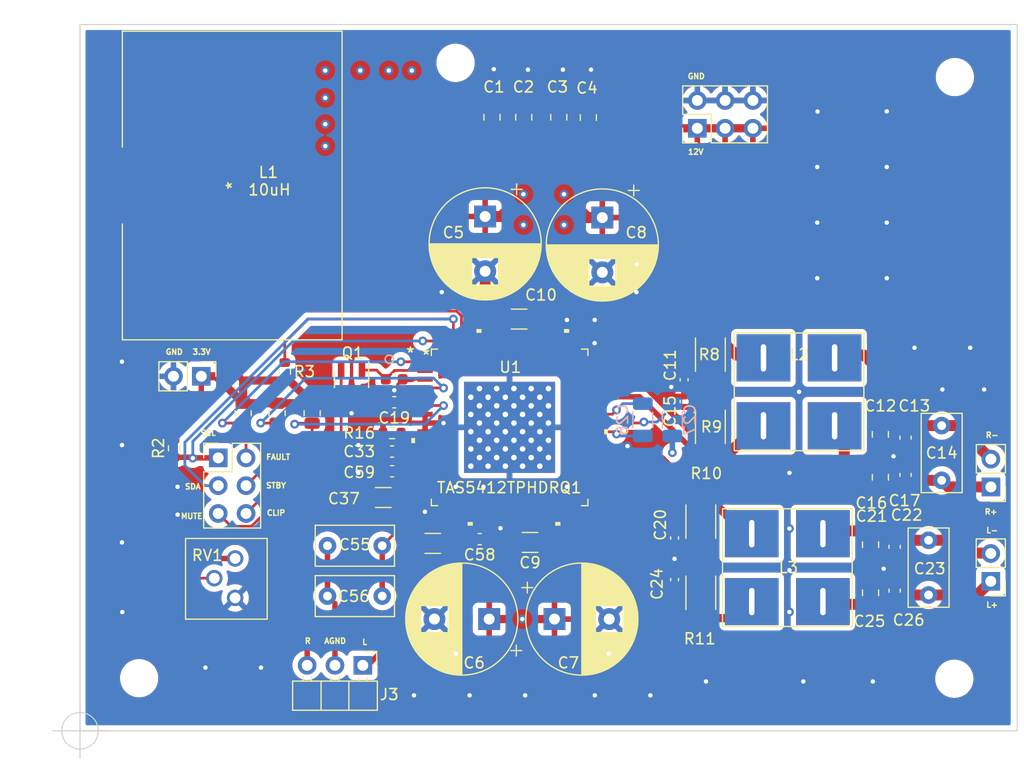
<source format=kicad_pcb>
(kicad_pcb (version 20211014) (generator pcbnew)
  (layers (0 "F.Cu" signal) (1 "In1.Cu" power) (2 "In2.Cu" power) (31 "B.Cu" signal) (34 "B.Paste" user) (35 "F.Paste" user) (36 "B.SilkS" user "B.Silkscreen") (37 "F.SilkS" user "F.Silkscreen") (38 "B.Mask" user) (39 "F.Mask" user) (44 "Edge.Cuts" user))
  (net 0 "")
  (net 1 "I2C_ADDR")
  (net 2 "GND")
  (net 3 "Net-(C24-Pad1)")
  (net 4 "OUT2_P")
  (net 5 "OUT2_M")
  (net 6 "Net-(C20-Pad2)")
  (net 7 "Net-(C15-Pad1)")
  (net 8 "OUT1_P")
  (net 9 "OUT1_M")
  (net 10 "Net-(C11-Pad2)")
  (net 11 "CLIP_OTW")
  (net 12 "+3V3")
  (net 13 "FAULT")
  (net 14 "STANDBY")
  (net 15 "Net-(R16-Pad2)")
  (net 16 "SDA")
  (net 17 "SCL")
  (net 18 "MUTE*")
  (net 19 "MUTE")
  (net 20 "+12V")
  (net 21 "PVDD")
  (net 22 "R_o-")
  (net 23 "R_o+")
  (net 24 "L_o-")
  (net 25 "L_o+")
  (net 26 "Net-(C19-Pad1)")
  (net 27 "Net-(C33-Pad1)")
  (net 28 "Net-(C59-Pad1)")
  (net 29 "IN1_P")
  (net 30 "IN_M")
  (net 31 "IN2_P")
  (net 32 "Net-(C58-Pad2)")
  (net 35 "CP_BOT")
  (net 36 "CP")
  (net 37 "CPC_TOP")
  (net 41 "R")
  (net 42 "AudioGND")
  (net 43 "L")
  (footprint "Capacitor_THT:C_Rect_L7.0mm_W3.5mm_P5.00mm" (layer "F.Cu") (at 175.195 103.63 -90)
    (fp_text reference "C14")
    (fp_text value ".47uF")
  )
  (footprint "Resistor_SMD:R_0603_1608Metric" (layer "F.Cu") (at 125 104.3)
    (fp_text reference "R16")
    (fp_text value "20k")
  )
  (footprint "Capacitor_THT:C_Rect_L7.0mm_W3.5mm_P5.00mm" (layer "F.Cu") (at 119.1 114.6)
    (fp_text reference "C55")
    (fp_text value ".47uF")
  )
  (footprint "Capacitor_SMD:C_0805_2012Metric" (layer "F.Cu") (at 168.7 118.9 90)
    (fp_text reference "C25")
    (fp_text value "470nF")
  )
  (footprint "Capacitor_THT:CP_Radial_D10.0mm_P5.00mm" (layer "F.Cu") (at 139.832323 121.3)
    (fp_text reference "C7")
    (fp_text value "330uF")
  )
  (footprint "Inductor_Coilcraft:JA4575-AL" (layer "F.Cu") (at 162.17 100.545)
    (fp_text reference "L2")
    (fp_text value "10uH")
  )
  (footprint "Connector_PinHeader_2.54mm:PinHeader_1x02_P2.54mm_Vertical" (layer "F.Cu") (at 179.69 109.23 180)
    (fp_text reference "J5" hide)
    (fp_text value "Rspkr_o")
  )
  (footprint "Capacitor_THT:CP_Radial_D10.0mm_P5.00mm" (layer "F.Cu") (at 144.2 84.632323 -90)
    (fp_text reference "C8")
    (fp_text value "330uF")
  )
  (footprint "Package_TO_SOT_SMD:SOT-23" (layer "F.Cu") (at 121.3 99.5 -90)
    (fp_text reference "Q1")
    (fp_text value "q")
  )
  (footprint "Connector_PinHeader_2.54mm:PinHeader_2x03_P2.54mm_Vertical" (layer "F.Cu") (at 152.875 76.475 90)
    (fp_text reference "J2" hide)
    (fp_text value "PWR")
  )
  (footprint "Capacitor_SMD:C_0603_1608Metric" (layer "F.Cu") (at 170.9 118.7 90)
    (fp_text reference "C26")
    (fp_text value "10nF")
  )
  (footprint "Capacitor_SMD:C_0805_2012Metric" (layer "F.Cu") (at 168.7 114.5 90)
    (fp_text reference "C21")
    (fp_text value "470nF")
  )
  (footprint "Resistor_SMD:R_2010_5025Metric" (layer "F.Cu") (at 153.2 112.4 -90)
    (fp_text reference "R10")
    (fp_text value "5.6")
  )
  (footprint "Connector_PinHeader_2.54mm:PinHeader_1x02_P2.54mm_Vertical" (layer "F.Cu") (at 179.68 117.85 180)
    (fp_text reference "J6" hide)
    (fp_text value "Lspkr_o")
  )
  (footprint "Capacitor_SMD:C_1206_3216Metric" (layer "F.Cu") (at 136.6 93.9 180)
    (fp_text reference "C10")
    (fp_text value "1uF")
  )
  (footprint "Resistor_SMD:R_0603_1608Metric" (layer "F.Cu") (at 115.2 98.7 -90)
    (fp_text reference "R3")
    (fp_text value "4.7K")
  )
  (footprint "Imported:TAS5412TPHDRQ1" (layer "F.Cu") (at 135.737 103.7921)
    (fp_text reference "U1")
    (fp_text value "TAS5412TPHDRQ1")
  )
  (footprint "Capacitor_SMD:C_1206_3216Metric" (layer "F.Cu") (at 128.72 114.39)
    (fp_text reference "C39" hide)
    (fp_text value ".47uF")
  )
  (footprint "Capacitor_SMD:C_1206_3216Metric" (layer "F.Cu") (at 124.2 110.2)
    (fp_text reference "C37")
    (fp_text value ".47uF")
  )
  (footprint "Capacitor_SMD:C_0402_1005Metric" (layer "F.Cu") (at 150.8 113.9 90)
    (fp_text reference "C20")
    (fp_text value "1nF")
  )
  (footprint "Resistor_SMD:R_0805_2012Metric" (layer "F.Cu") (at 111.4 102.5 90)
    (fp_text reference "R5" hide)
    (fp_text value "49.9K")
  )
  (footprint "Capacitor_SMD:C_0603_1608Metric" (layer "F.Cu") (at 133 114 180)
    (fp_text reference "C58")
    (fp_text value "100nF")
  )
  (footprint "Custom:PinHeader_1x03_P2.54mm_Horizontal" (layer "F.Cu") (at 122.325 125.525 -90)
    (fp_text reference "J3")
    (fp_text value "AudioIn")
  )
  (footprint "Connector_PinHeader_2.54mm:PinHeader_1x02_P2.54mm_Vertical" (layer "F.Cu") (at 107.575 99.125 -90)
    (fp_text reference "J4" hide)
    (fp_text value "PULLUP_SRC")
  )
  (footprint "Capacitor_THT:C_Rect_L7.0mm_W3.5mm_P5.00mm" (layer "F.Cu") (at 174 114.1 -90)
    (fp_text reference "C23")
    (fp_text value ".47uF")
  )
  (footprint "MountingHole:MountingHole_2.5mm" (layer "F.Cu") (at 176.35 126.75)
    (fp_text reference "H3" hide)
    (fp_text value "MountingHole")
  )
  (footprint "Resistor_SMD:R_2010_5025Metric" (layer "F.Cu") (at 154.07 103.745 -90)
    (fp_text reference "R9")
    (fp_text value "5.6")
  )
  (footprint "Capacitor_SMD:C_0603_1608Metric" (layer "F.Cu") (at 171.895 104.73 90)
    (fp_text reference "C13")
    (fp_text value "10nF")
  )
  (footprint "Resistor_SMD:R_0805_2012Metric" (layer "F.Cu") (at 117.7 102.5 90)
    (fp_text reference "R7" hide)
    (fp_text value "49.9K")
  )
  (footprint "Capacitor_SMD:C_1206_3216Metric" (layer "F.Cu") (at 137.6 114.3 180)
    (fp_text reference "C9")
    (fp_text value "1uF")
  )
  (footprint "Capacitor_SMD:C_0603_1608Metric" (layer "F.Cu") (at 171.895 108.13 90)
    (fp_text reference "C17")
    (fp_text value "10nF")
  )
  (footprint "Capacitor_SMD:C_0805_2012Metric" (layer "F.Cu") (at 134.125 75.465 90)
    (fp_text reference "C1")
    (fp_text value "4.7uF")
  )
  (footprint "Capacitor_SMD:C_0805_2012Metric" (layer "F.Cu") (at 169.595 108.35 90)
    (fp_text reference "C16")
    (fp_text value "470nF")
  )
  (footprint "Resistor_SMD:R_0805_2012Metric" (layer "F.Cu") (at 114.5 102.5 90)
    (fp_text reference "R6" hide)
    (fp_text value "49.9K")
  )
  (footprint "Capacitor_SMD:C_0603_1608Metric" (layer "F.Cu") (at 170.9 114.7 90)
    (fp_text reference "C22")
    (fp_text value "10nF")
  )
  (footprint "Capacitor_THT:CP_Radial_D10.0mm_P5.00mm" (layer "F.Cu") (at 133.867677 121.3 180)
    (fp_text reference "C6")
    (fp_text value "330uF")
  )
  (footprint "Potentiometer_Imported:CT-6EW" (layer "F.Cu") (at 110.0645 117.5655 90)
    (fp_text reference "RV1")
    (fp_text value "50K pot" hide)
  )
  (footprint "Capacitor_THT:CP_Radial_D10.0mm_P5.00mm" (layer "F.Cu") (at 133.5 84.532323 -90)
    (fp_text reference "C5")
    (fp_text value "330uF")
  )
  (footprint "Capacitor_THT:C_Rect_L7.0mm_W3.5mm_P5.00mm" (layer "F.Cu") (at 119.1 119.2)
    (fp_text reference "C56")
    (fp_text value ".47uF")
  )
  (footprint "Capacitor_SMD:C_0402_1005Metric" (layer "F.Cu") (at 151.67 101.445 90)
    (fp_text reference "C15")
    (fp_text value "1nF")
  )
  (footprint "Capacitor_SMD:C_0603_1608Metric" (layer "F.Cu") (at 125 107.8 180)
    (fp_text reference "C59")
    (fp_text value "100nF")
  )
  (footprint "Capacitor_SMD:C_0603_1608Metric" (layer "F.Cu") (at 125.2 101.5 180)
    (fp_text reference "C19")
    (fp_text value "100nF")
  )
  (footprint "Capacitor_SMD:C_0402_1005Metric" (layer "F.Cu") (at 150.8 117.7 90)
    (fp_text reference "C24")
    (fp_text value "1nF")
  )
  (footprint "Capacitor_SMD:C_0805_2012Metric" (layer "F.Cu") (at 137.025 75.465 90)
    (fp_text reference "C2")
    (fp_text value "4.7uF")
  )
  (footprint "Capacitor_SMD:C_0805_2012Metric" (layer "F.Cu") (at 169.595 104.43 90)
    (fp_text reference "C12")
    (fp_text value "470nF")
  )
  (footprint "Resistor_SMD:R_2010_5025Metric" (layer "F.Cu") (at 154.07 97.145 -90)
    (fp_text reference "R8")
    (fp_text value "5.6")
  )
  (footprint "MountingHole:MountingHole_2.5mm" (layer "F.Cu") (at 130.8 70.5)
    (fp_text reference "H2" hide)
    (fp_text value "MountingHole")
  )
  (footprint "Resistor_SMD:R_0603_1608Metric" (layer "F.Cu") (at 105.1 105.7 90)
    (fp_text reference "R2")
    (fp_text value "4.7K")
  )
  (footprint "MountingHole:MountingHole_2.5mm" (layer "F.Cu") (at 176.4 71.8)
    (fp_text reference "H1" hide)
    (fp_text value "MountingHole")
  )
  (footprint "Connector_PinHeader_2.54mm:PinHeader_2x03_P2.54mm_Vertical" (layer "F.Cu") (at 109.125 106.575)
    (fp_text reference "J1" hide)
    (fp_text value "Ctrl_pins")
  )
  (footprint "Inductor_Coilcraft:SER2918H-103KL" (layer "F.Cu") (at 110.4 81.7 90)
    (fp_text reference "L1")
    (fp_text value "10uH")
  )
  (footprint "Capacitor_SMD:C_0603_1608Metric" (layer "F.Cu") (at 125.2 99.4)
    (fp_text reference "C18" hide)
    (fp_text value "220nF")
  )
  (footprint "Resistor_SMD:R_2010_5025Metric" (layer "F.Cu") (at 153.2 118.9 -90)
    (fp_text reference "R11")
    (fp_text value "5.6")
  )
  (footprint "MountingHole:MountingHole_2.5mm" (layer "F.Cu") (at 101.9 126.7)
    (fp_text reference "H4" hide)
    (fp_text value "MountingHole")
  )
  (footprint "Inductor_Coilcraft:JA4575-AL" (layer "F.Cu") (at 161.1 116.6)
    (fp_text reference "L3")
    (fp_text value "10uH")
  )
  (footprint "Capacitor_SMD:C_0805_2012Metric" (layer "F.Cu") (at 140.225 75.465 90)
    (fp_text reference "C3")
    (fp_text value "82nF")
  )
  (footprint "Capacitor_SMD:C_0805_2012Metric" (layer "F.Cu") (at 142.925 75.49 90)
    (fp_text reference "C4")
    (fp_text value "2.2nF")
  )
  (footprint "Capacitor_SMD:C_0603_1608Metric" (layer "F.Cu") (at 125 106 180)
    (fp_text reference "C33")
    (fp_text value "100nF")
  )
  (footprint "Capacitor_SMD:C_0402_1005Metric" (layer "F.Cu") (at 151.67 99.445 90)
    (fp_text reference "C11")
    (fp_text value "1nF")
  )
  (footprint "Capacitor_SMD:C_1206_3216Metric" (layer "B.Cu") (at 150.6 103.1 90)
    (fp_text reference "C27")
    (fp_text value "1uF")
  )
  (footprint "Capacitor_SMD:C_1206_3216Metric" (layer "B.Cu") (at 147.9 103.1 -90)
    (fp_text reference "C28")
    (fp_text value "1uF")
  )
  (gr_rect (start 96.5 67) (end 182.1 131.5) (layer "Edge.Cuts") (width 0.1) (fill none))
  (gr_text "FAULT" (at 114.6 106.5) (layer "F.SilkS") (effects (font (size 0.5 0.5) (thickness 0.125))))
  (gr_text "SCL" (at 108.2 104.3) (layer "F.SilkS") (effects (font (size 0.5 0.5) (thickness 0.125))))
  (gr_text "GND" (at 152.78 71.73) (layer "F.SilkS") (effects (font (size 0.5 0.5) (thickness 0.125))))
  (gr_text "L" (at 122.5 123.4) (layer "F.SilkS") (effects (font (size 0.5 0.5) (thickness 0.125))))
  (gr_text "3.3V" (at 107.6 96.9) (layer "F.SilkS") (effects (font (size 0.5 0.5) (thickness 0.125))))
  (gr_text "L+" (at 179.8 120) (layer "F.SilkS") (effects (font (size 0.5 0.5) (thickness 0.125))))
  (gr_text "GND" (at 105.1 96.9) (layer "F.SilkS") (effects (font (size 0.5 0.5) (thickness 0.125))))
  (gr_text "STBY" (at 114.4 109.1) (layer "F.SilkS") (effects (font (size 0.5 0.5) (thickness 0.125))))
  (gr_text "CLIP" (at 114.4 111.6) (layer "F.SilkS") (effects (font (size 0.5 0.5) (thickness 0.125))))
  (gr_text "R" (at 117.3 123.3) (layer "F.SilkS") (effects (font (size 0.5 0.5) (thickness 0.125))))
  (gr_text "R-" (at 179.8 104.5) (layer "F.SilkS") (effects (font (size 0.5 0.5) (thickness 0.125))))
  (gr_text "SDA" (at 106.8 109.2) (layer "F.SilkS") (effects (font (size 0.5 0.5) (thickness 0.125))))
  (gr_text "R+" (at 179.7 111.5) (layer "F.SilkS") (effects (font (size 0.5 0.5) (thickness 0.125))))
  (gr_text "12V" (at 152.74 78.63) (layer "F.SilkS") (effects (font (size 0.5 0.5) (thickness 0.125))))
  (gr_text "AGND" (at 119.8 123.3) (layer "F.SilkS") (effects (font (size 0.5 0.5) (thickness 0.125))))
  (gr_text "L-" (at 179.8 113.2) (layer "F.SilkS") (effects (font (size 0.5 0.5) (thickness 0.125))))
  (gr_text "MUTE" (at 106.7 111.9) (layer "F.SilkS") (effects (font (size 0.5 0.5) (thickness 0.125))))
  (target plus (at 96.5 131.5) (size 5) (width 0.1) (layer "Edge.Cuts"))
  (segment (start 131.337001 93.612387) (end 130.900103 93.175489) (width 0.25) (layer "F.Cu") (net 1))
  (segment (start 130.900103 93.175489) (end 114.537011 93.175489) (width 0.25) (layer "F.Cu") (net 1))
  (segment (start 102.5 113.6) (end 106.4655 117.5655) (width 0.25) (layer "F.Cu") (net 1))
  (segment (start 110.7125 97) (end 103.3 97) (width 0.25) (layer "F.Cu") (net 1))
  (segment (start 102.5 97.8) (end 102.5 113.6) (width 0.25) (layer "F.Cu") (net 1))
  (segment (start 106.4655 117.5655) (end 108.7645 117.5655) (width 0.25) (layer "F.Cu") (net 1))
  (segment (start 103.3 97) (end 102.5 97.8) (width 0.25) (layer "F.Cu") (net 1))
  (segment (start 131.337001 96.066952) (end 131.337001 93.612387) (width 0.25) (layer "F.Cu") (net 1))
  (segment (start 114.537011 93.175489) (end 110.7125 97) (width 0.25) (layer "F.Cu") (net 1))
  (segment (start 150.5 100.1) (end 151.495 100.1) (width 0.5) (layer "F.Cu") (net 2))
  (segment (start 169.825 107.4) (end 170.795 106.43) (width 0.25) (layer "F.Cu") (net 2))
  (segment (start 162.845 73.935) (end 163.86 74.95) (width 0.25) (layer "F.Cu") (net 2))
  (segment (start 132.937001 96.066952) (end 135.066952 96.066952) (width 0.5) (layer "F.Cu") (net 2))
  (segment (start 168.7 117.95) (end 168.7 117.9) (width 0.25) (layer "F.Cu") (net 2))
  (segment (start 136.937 111.517248) (end 132.937001 111.517248) (width 0.5) (layer "F.Cu") (net 2))
  (segment (start 129.3 107.856) (end 128.963901 108.192099) (width 0.25) (layer "F.Cu") (net 2))
  (segment (start 128.011852 102.5921) (end 128.011852 104.192099) (width 0.5) (layer "F.Cu") (net 2))
  (segment (start 129.3 106.928198) (end 129.3 107.856) (width 0.25) (layer "F.Cu") (net 2))
  (segment (start 134.9 113) (end 134.775 113) (width 0.25) (layer "F.Cu") (net 2))
  (segment (start 134.9 113.075) (end 136.125 114.3) (width 1) (layer "F.Cu") (net 2))
  (segment (start 142.2 104.682001) (end 142.2 106.102198) (width 0.25) (layer "F.Cu") (net 2))
  (segment (start 142.1 106.202198) (end 142.1 107.609223) (width 0.25) (layer "F.Cu") (net 2))
  (segment (start 142.510099 101.792099) (end 142.2 101.482) (width 0.25) (layer "F.Cu") (net 2))
  (segment (start 169.595 105.38) (end 169.595 107.4) (width 0.25) (layer "F.Cu") (net 2))
  (segment (start 169.595 107.4) (end 169.825 107.4) (width 0.25) (layer "F.Cu") (net 2))
  (segment (start 125.2 100.4) (end 125.2 100.175) (width 0.25) (layer "F.Cu") (net 2))
  (segment (start 171.895 105.505) (end 171.72 105.505) (width 0.25) (layer "F.Cu") (net 2))
  (segment (start 151.67 100.965) (end 151.67 99.925) (width 0.5) (layer "F.Cu") (net 2))
  (segment (start 143.466952 96.066952) (end 140.136999 96.066952) (width 0.25) (layer "F.Cu") (net 2))
  (segment (start 142.510099 99.392101) (end 142.2 99.082002) (width 0.25) (layer "F.Cu") (net 2))
  (segment (start 143.53 73.935) (end 142.925 74.54) (width 0.25) (layer "F.Cu") (net 2))
  (segment (start 142.682876 108.192099) (end 143.462148 108.192099) (width 0.25) (layer "F.Cu") (net 2))
  (segment (start 171.895 107.355) (end 171.72 107.355) (width 0.25) (layer "F.Cu") (net 2))
  (segment (start 128.011852 103.392101) (end 129.892101 103.392101) (width 0.5) (layer "F.Cu") (net 2))
  (segment (start 168.7 115.5) (end 169.9 116.7) (width 0.25) (layer "F.Cu") (net 2))
  (segment (start 151.495 100.1) (end 151.67 99.925) (width 0.5) (layer "F.Cu") (net 2))
  (segment (start 134.9 113) (end 134.9 113.075) (width 0.25) (layer "F.Cu") (net 2))
  (segment (start 134.775 113) (end 133.775 114) (width 1) (layer "F.Cu") (net 2))
  (segment (start 142.510099 105.792099) (end 142.1 106.202198) (width 0.25) (layer "F.Cu") (net 2))
  (segment (start 128.003953 99.4) (end 128.011852 99.392101) (width 0.25) (layer "F.Cu") (net 2))
  (segment (start 141.770046 96.1) (end 141.736998 96.066952) (width 0.25) (layer "F.Cu") (net 2))
  (segment (start 169.745 105.38) (end 170.795 106.43) (width 0.25) (layer "F.Cu") (net 2))
  (segment (start 169.595 105.38) (end 171.77 105.38) (width 0.25) (layer "F.Cu") (net 2))
  (segment (start 128.963901 108.192099) (end 128.011852 108.192099) (width 0.25) (layer "F.Cu") (net 2))
  (segment (start 133.5 92.275) (end 135.125 93.9) (width 1) (layer "F.Cu") (net 2))
  (segment (start 171.72 107.355) (end 170.795 106.43) (width 0.25) (layer "F.Cu") (net 2))
  (segment (start 142.2 101.482) (end 142.2 99.082002) (width 0.25) (layer "F.Cu") (net 2))
  (segment (start 125.02452 108.59952) (end 124.225 107.8) (width 0.25) (layer "F.Cu") (net 2))
  (segment (start 126.50048 108.59952) (end 125.02452 108.59952) (width 0.25) (layer "F.Cu") (net 2))
  (segment (start 170.9 117.925) (end 170.9 117.7) (width 0.25) (layer "F.Cu") (net 2))
  (segment (start 143.462148 105.792099) (end 142.510099 105.792099) (width 0.25) (layer "F.Cu") (net 2))
  (segment (start 134.15 74.54) (end 134.125 74.515) (width 0.25) (layer "F.Cu") (net 2))
  (segment (start 142.925 74.54) (end 134.15 74.54) (width 0.25) (layer "F.Cu") (net 2))
  (segment (start 135.066952 96.066952) (end 136.937 96.066952) (width 0.5) (layer "F.Cu") (net 2))
  (segment (start 128.011852 111.388148) (end 128 111.4) (width 0.25) (layer "F.Cu") (net 2))
  (segment (start 170.9 115.475) (end 170.9 115.7) (width 0.25) (layer "F.Cu") (net 2))
  (segment (start 142.2 101.482) (end 142.2 104.682001) (width 0.25) (layer "F.Cu") (net 2))
  (segment (start 126.50048 106.79952) (end 126.4 106.9) (width 0.25) (layer "F.Cu") (net 2))
  (segment (start 126.907901 108.192099) (end 126.50048 108.59952) (width 0.25) (layer "F.Cu") (net 2))
  (segment (start 134.9 111.880248) (end 134.537 111.517248) (width 0.25) (layer "F.Cu") (net 2))
  (segment (start 152.875 73.935) (end 162.845 73.935) (width 0.25) (layer "F.Cu") (net 2))
  (segment (start 128.011852 106.592099) (end 127.804431 106.79952) (width 0.25) (layer "F.Cu") (net 2))
  (segment (start 125.2 100.725) (end 124.425 101.5) (width 0.25) (layer "F.Cu") (net 2))
  (segment (start 133.5 89.532323) (end 133.5 92.275) (width 1) (layer "F.Cu") (net 2))
  (segment (start 125.2 100.4) (end 125.2 100.725) (width 0.25) (layer "F.Cu") (net 2))
  (segment (start 146.207901 105.792099) (end 143.462148 105.792099) (width 0.25) (layer "F.Cu") (net 2))
  (segment (start 150.8 115.8) (end 150.8 117.22) (width 0.25) (layer "F.Cu") (net 2))
  (segment (start 143.462148 99.392101) (end 142.510099 99.392101) (width 0.25) (layer "F.Cu") (net 2))
  (segment (start 142.2 106.102198) (end 142.1 106.202198) (width 0.25) (layer "F.Cu") (net 2))
  (segment (start 125.125 106.9) (end 124.225 106) (width 0.25) (layer "F.Cu") (net 2))
  (segment (start 142.1 107.609223) (end 142.682876 108.192099) (width 0.25) (layer "F.Cu") (net 2))
  (segment (start 146.5 105.5) (end 146.207901 105.792099) (width 0.25) (layer "F.Cu") (net 2))
  (segment (start 142.2 99.082002) (end 142.2 97.474979) (width 0.25) (layer "F.Cu") (net 2))
  (segment (start 171.77 105.38) (end 171.895 105.505) (width 0.25) (layer "F.Cu") (net 2))
  (segment (start 128.963901 106.592099) (end 129.3 106.928198) (width 0.25) (layer "F.Cu") (net 2))
  (segment (start 128.011852 109.792098) (end 128.011852 111.388148) (width 0.25) (layer "F.Cu") (net 2))
  (segment (start 170.9 115.7) (end 169.9 116.7) (width 0.25) (layer "F.Cu") (net 2))
  (segment (start 127.804431 106.79952) (end 126.50048 106.79952) (width 0.25) (layer "F.Cu") (net 2))
  (segment (start 134.9 113) (end 134.9 111.880248) (width 1) (layer "F.Cu") (net 2))
  (segment (start 143.5 96.1) (end 143.466952 96.066952) (width 0.25) (layer "F.Cu") (net 2))
  (segment (start 150.8 114.38) (end 150.8 115.8) (width 0.25) (layer "F.Cu") (net 2))
  (segment (start 170.9 117.7) (end 169.9 116.7) (width 0.25) (layer "F.Cu") (net 2))
  (segment (start 171.895 105.505) (end 171.895 107.355) (width 0.25) (layer "F.Cu") (net 2))
  (segment (start 135.125 96.008904) (end 135.066952 96.066952) (width 0.25) (layer "F.Cu") (net 2))
  (segment (start 129.719754 111.5) (end 129.737002 111.517248) (width 0.25) (layer "F.Cu") (net 2))
  (segment (start 126.4 106.9) (end 125.125 106.9) (width 0.25) (layer "F.Cu") (net 2))
  (segment (start 171.72 105.505) (end 170.795 106.43) (width 0.25) (layer "F.Cu") (net 2))
  (segment (start 125.2 100.175) (end 125.975 99.4) (width 0.25) (layer "F.Cu") (net 2))
  (segment (start 121.3 100.4375) (end 121.3 102.5) (width 0.25) (layer "F.Cu") (net 2))
  (segment (start 142.2 104.682001) (end 142.510099 104.9921) (width 0.25) (layer "F.Cu") (net 2))
  (segment (start 171.85 107.4) (end 171.895 107.355) (width 0.25) (layer "F.Cu") (net 2))
  (segment (start 143.5 96.174979) (end 143.5 96.1) (width 0.25) (layer "F.Cu") (net 2))
  (segment (start 128.011852 106.592099) (end 128.963901 106.592099) (width 0.25) (layer "F.Cu") (net 2))
  (segment (start 128.011852 108.192099) (end 126.907901 108.192099) (width 0.25) (layer "F.Cu") (net 2))
  (segment (start 125.975 99.4) (end 128.003953 99.4) (width 0.25) (layer "F.Cu") (net 2))
  (segment (start 128 111.5) (end 129.719754 111.5) (width 0.25) (layer "F.Cu") (net 2))
  (segment (start 169.595 107.4) (end 171.85 107.4) (width 0.25) (layer "F.Cu") (net 2))
  (segment (start 168.7 115.45) (end 168.7 115.5) (width 0.25) (layer "F.Cu") (net 2))
  (segment (start 142.510099 104.9921) (end 143.462148 104.9921) (width 0.25) (layer "F.Cu") (net 2))
  (segment (start 143.462148 101.792099) (end 142.510099 101.792099) (width 0.25) (layer "F.Cu") (net 2))
  (segment (start 168.7 117.9) (end 169.9 116.7) (width 0.25) (layer "F.Cu") (net 2))
  (segment (start 152.875 73.935) (end 143.53 73.935) (width 0.25) (layer "F.Cu") (net 2))
  (segment (start 143.462148 104.9921) (end 143.462148 105.792099) (width 0.25) (layer "F.Cu") (net 2))
  (segment (start 169.595 105.38) (end 169.745 105.38) (width 0.25) (layer "F.Cu") (net 2))
  (segment (start 135.125 93.9) (end 135.125 96.008904) (width 1) (layer "F.Cu") (net 2))
  (segment (start 142.2 97.474979) (end 143.5 96.174979) (width 0.25) (layer "F.Cu") (net 2))
  (via (at 134.9 113) (size 0.8) (drill 0.4) (layers "F.Cu" "B.Cu") (net 2))
  (via (at 127 128.27) (size 0.8) (drill 0.4) (layers "F.Cu" "B.Cu") (net 2))
  (via (at 170.18 85.09) (size 0.8) (drill 0.4) (layers "F.Cu" "B.Cu") (net 2))
  (via (at 100.33 105.41) (size 0.8) (drill 0.4) (layers "F.Cu" "B.Cu") (net 2))
  (via (at 146.5 105.5) (size 0.8) (drill 0.4) (layers "F.Cu" "B.Cu") (net 2))
  (via (at 100.36 120.66) (size 0.8) (drill 0.4) (layers "F.Cu" "B.Cu") (net 2))
  (via (at 148.59 128.27) (size 0.8) (drill 0.4) (layers "F.Cu" "B.Cu") (net 2))
  (via (at 133.35 109.22) (size 0.8) (drill 0.4) (layers "F.Cu" "B.Cu") (net 2))
  (via (at 150.5 100.1) (size 0.8) (drill 0.4) (layers "F.Cu" "B.Cu") (net 2))
  (via (at 134.29 71.08) (size 0.8) (drill 0.4) (layers "F.Cu" "B.Cu") (net 2))
  (via (at 163.86 74.95) (size 0.8) (drill 0.4) (layers "F.Cu" "B.Cu") (net 2))
  (via (at 144.78 124.46) (size 0.8) (drill 0.4) (layers "F.Cu" "B.Cu") (net 2))
  (via (at 100.33 97.79) (size 0.8) (drill 0.4) (layers "F.Cu" "B.Cu") (net 2))
  (via (at 140.6 71.12) (size 0.8) (drill 0.4) (layers "F.Cu" "B.Cu") (net 2))
  (via (at 137.16 128.27) (size 0.8) (drill 0.4) (layers "F.Cu" "B.Cu") (net 2))
  (via (at 140.97 93.98) (size 0.8) (drill 0.4) (layers "F.Cu" "B.Cu") (net 2))
  (via (at 129.7 103.4) (size 0.8) (drill 0.4) (layers "F.Cu" "B.Cu") (net 2))
  (via (at 172.72 96.52) (size 0.8) (drill 0.4) (layers "F.Cu" "B.Cu") (net 2))
  (via (at 170.18 90.17) (size 0.8) (drill 0.4) (layers "F.Cu" "B.Cu") (net 2))
  (via (at 128 111.5) (size 0.8) (drill 0.4) (layers "F.Cu" "B.Cu") (net 2))
  (via (at 169.9 116.7) (size 0.8) (drill 0.4) (layers "F.Cu" "B.Cu") (net 2))
  (via (at 179.07 100.33) (size 0.8) (drill 0.4) (layers "F.Cu" "B.Cu") (net 2))
  (via (at 130.81 109.22) (size 0.8) (drill 0.4) (layers "F.Cu" "B.Cu") (net 2))
  (via (at 113.03 125.73) (size 0.8) (drill 0.4) (layers "F.Cu" "B.Cu") (net 2))
  (via (at 147.32 91.44) (size 0.8) (drill 0.4) (layers "F.Cu" "B.Cu") (net 2))
  (via (at 175.26 100.33) (size 0.8) (drill 0.4) (layers "F.Cu" "B.Cu") (net 2))
  (via (at 107.95 125.73) (size 0.8) (drill 0.4) (layers "F.Cu" "B.Cu") (net 2))
  (via (at 147.32 88.9) (size 0.8) (drill 0.4) (layers "F.Cu" "B.Cu") (net 2))
  (via (at 105.41 111.76) (size 0.8) (drill 0.4) (layers "F.Cu" "B.Cu") (net 2))
  (via (at 161.29 120.65) (size 0.8) (drill 0.4) (layers "F.Cu" "B.Cu") (net 2))
  (via (at 162.17 100.545) (size 0.8) (drill 0.4) (layers "F.Cu" "B.Cu") (net 2))
  (via (at 143.51 93.98) (size 0.8) (drill 0.4) (layers "F.Cu" "B.Cu") (net 2))
  (via (at 162.56 127) (size 0.8) (drill 0.4) (layers "F.Cu" "B.Cu") (net 2))
  (via (at 130.81 124.46) (size 0.8) (drill 0.4) (layers "F.Cu" "B.Cu") (net 2))
  (via (at 125.2 100.4) (size 0.8) (drill 0.4) (layers "F.Cu" "B.Cu") (net 2))
  (via (at 143.5 96.1) (size 0.8) (drill 0.4) (layers "F.Cu" "B.Cu") (net 2))
  (via (at 170.18 74.93) (size 0.8) (drill 0.4) (layers "F.Cu" "B.Cu") (net 2))
  (via (at 143.51 128.27) (size 0.8) (drill 0.4) (layers "F.Cu" "B.Cu") (net 2))
  (via (at 137.41 71.12) (size 0.8) (drill 0.4) (layers "F.Cu" "B.Cu") (net 2))
  (via (at 170.18 80.01) (size 0.8) (drill 0.4) (layers "F.Cu" "B.Cu") (net 2))
  (via (at 121.92 105.41) (size 0.8) (drill 0.4) (layers "F.Cu" "B.Cu") (net 2))
  (via (at 163.83 90.17) (size 0.8) (drill 0.4) (layers "F.Cu" "B.Cu") (net 2))
  (via (at 161.29 107.95) (size 0.8) (drill 0.4) (layers "F.Cu" "B.Cu") (net 2))
  (via (at 163.83 85.09) (size 0.8) (drill 0.4) (layers "F.Cu" "B.Cu") (net 2))
  (via (at 121.3 102.5) (size 0.8) (drill 0.4) (layers "F.Cu" "B.Cu") (net 2))
  (via (at 161.29 116.84) (size 0.8) (drill 0.4) (layers "F.Cu" "B.Cu") (net 2))
  (via (at 140.97 109.22) (size 0.8) (drill 0.4) (layers "F.Cu" "B.Cu") (net 2))
  (via (at 121.92 107.95) (size 0.8) (drill 0.4) (layers "F.Cu" "B.Cu") (net 2))
  (via (at 100.33 114.3) (size 0.8) (drill 0.4) (layers "F.Cu" "B.Cu") (net 2))
  (via (at 168.91 127) (size 0.8) (drill 0.4) (layers "F.Cu" "B.Cu") (net 2))
  (via (at 143.17 71.12) (size 0.8) (drill 0.4) (layers "F.Cu" "B.Cu") (net 2))
  (via (at 161.29 113.03) (size 0.8) (drill 0.4) (layers "F.Cu" "B.Cu") (net 2))
  (via (at 177.8 96.52) (size 0.8) (drill 0.4) (layers "F.Cu" "B.Cu") (net 2))
  (via (at 163.83 80.01) (size 0.8) (drill 0.4) (layers "F.Cu" "B.Cu") (net 2))
  (via (at 153.67 127) (size 0.8) (drill 0.4) (layers "F.Cu" "B.Cu") (net 2))
  (via (at 129.54 91.44) (size 0.8) (drill 0.4) (layers "F.Cu" "B.Cu") (net 2))
  (via (at 150.8 115.8) (size 0.8) (drill 0.4) (layers "F.Cu" "B.Cu") (net 2))
  (via (at 105.41 109.22) (size 0.8) (drill 0.4) (layers "F.Cu" "B.Cu") (net 2))
  (via (at 170.795 106.43) (size 0.8) (drill 0.4) (layers "F.Cu" "B.Cu") (net 2))
  (via (at 132.08 128.27) (size 0.8) (drill 0.4) (layers "F.Cu" "B.Cu") (net 2))
  (segment (start 150.8 118.18) (end 151.6075 118.18) (width 0.25) (layer "F.Cu") (net 3))
  (segment (start 151.6075 118.18) (end 153.2 116.5875) (width 0.25) (layer "F.Cu") (net 3))
  (segment (start 148.2 120.1) (end 149.3125 121.2125) (width 0.5) (layer "F.Cu") (net 4))
  (segment (start 143.462148 107.3921) (end 146.3921 107.3921) (width 0.5) (layer "F.Cu") (net 4))
  (segment (start 153.2 121.2125) (end 155.7125 121.2125) (width 0.75) (layer "F.Cu") (net 4))
  (segment (start 146.3921 107.3921) (end 148.2 109.2) (width 0.5) (layer "F.Cu") (net 4))
  (segment (start 149.3125 121.2125) (end 153.2 121.2125) (width 0.5) (layer "F.Cu") (net 4))
  (segment (start 148.2 109.2) (end 148.2 120.1) (width 0.5) (layer "F.Cu") (net 4))
  (segment (start 155.7125 121.2125) (end 156.97 119.955) (width 0.75) (layer "F.Cu") (net 4))
  (segment (start 153.8125 110.0875) (end 153.2 110.0875) (width 0.25) (layer "F.Cu") (net 5))
  (segment (start 149.704599 106.592099) (end 153.2 110.0875) (width 0.5) (layer "F.Cu") (net 5))
  (segment (start 156.97 113.245) (end 153.8125 110.0875) (width 0.75) (layer "F.Cu") (net 5))
  (segment (start 143.462148 106.592099) (end 149.704599 106.592099) (width 0.5) (layer "F.Cu") (net 5))
  (segment (start 151.9075 113.42) (end 153.2 114.7125) (width 0.25) (layer "F.Cu") (net 6))
  (segment (start 150.8 113.42) (end 151.9075 113.42) (width 0.25) (layer "F.Cu") (net 6))
  (segment (start 154.07 101.4325) (end 153.5775 101.925) (width 0.5) (layer "F.Cu") (net 7))
  (segment (start 153.5775 101.925) (end 151.67 101.925) (width 0.5) (layer "F.Cu") (net 7))
  (segment (start 155.8825 106.0575) (end 158.04 103.9) (width 1) (layer "F.Cu") (net 8))
  (segment (start 147.6 101) (end 152.6575 106.0575) (width 0.5) (layer "F.Cu") (net 8))
  (segment (start 143.462148 100.992101) (end 146.716715 100.992101) (width 0.5) (layer "F.Cu") (net 8))
  (segment (start 146.716715 100.992101) (end 146.724614 101) (width 0.25) (layer "F.Cu") (net 8))
  (segment (start 152.6575 106.0575) (end 154.07 106.0575) (width 0.25) (layer "F.Cu") (net 8))
  (segment (start 154.07 106.0575) (end 155.8825 106.0575) (width 1) (layer "F.Cu") (net 8))
  (segment (start 146.724614 101) (end 147.6 101) (width 0.5) (layer "F.Cu") (net 8))
  (segment (start 145.1079 100.1921) (end 144.414197 100.1921) (width 0.5) (layer "F.Cu") (net 9))
  (segment (start 154.07 94.8325) (end 150.4675 94.8325) (width 0.5) (layer "F.Cu") (net 9))
  (segment (start 143.462148 100.1921) (end 144.414197 100.1921) (width 0.5) (layer "F.Cu") (net 9))
  (segment (start 156.4275 97.19) (end 158.04 97.19) (width 1) (layer "F.Cu") (net 9))
  (segment (start 150.4675 94.8325) (end 145.1079 100.1921) (width 0.5) (layer "F.Cu") (net 9))
  (segment (start 154.07 94.8325) (end 156.4275 97.19) (width 1) (layer "F.Cu") (net 9))
  (segment (start 153.5775 98.965) (end 154.07 99.4575) (width 0.5) (layer "F.Cu") (net 10))
  (segment (start 151.67 98.965) (end 153.5775 98.965) (width 0.5) (layer "F.Cu") (net 10))
  (segment (start 117.7 105.62) (end 117.7 103.4125) (width 0.25) (layer "F.Cu") (net 11))
  (segment (start 128.011852 101.792099) (end 129.692099 101.792099) (width 0.25) (layer "F.Cu") (net 11))
  (segment (start 117.7 103.4125) (end 116.1875 103.4125) (width 0.25) (layer "F.Cu") (net 11))
  (segment (start 129.692099 101.792099) (end 129.7 101.8) (width 0.25) (layer "F.Cu") (net 11))
  (segment (start 111.665 111.655) (end 117.7 105.62) (width 0.25) (layer "F.Cu") (net 11))
  (segment (start 116.1875 103.4125) (end 116.1 103.5) (width 0.25) (layer "F.Cu") (net 11))
  (via (at 129.7 101.8) (size 0.8) (drill 0.4) (layers "F.Cu" "B.Cu") (net 11))
  (via (at 116.1 103.5) (size 0.8) (drill 0.4) (layers "F.Cu" "B.Cu") (net 11))
  (segment (start 116.1 103.5) (end 128 103.5) (width 0.25) (layer "B.Cu") (net 11))
  (segment (start 128 103.5) (end 129.7 101.8) (width 0.25) (layer "B.Cu") (net 11))
  (segment (start 107.575 99.125) (end 111.0125 99.125) (width 0.75) (layer "F.Cu") (net 12))
  (segment (start 111.0125 99.125) (end 111.4 99.5125) (width 0.25) (layer "F.Cu") (net 12))
  (segment (start 108.9375 99.125) (end 111.4 101.5875) (width 0.75) (layer "F.Cu") (net 12))
  (segment (start 114.5 101.5875) (end 117.7 101.5875) (width 0.75) (layer "F.Cu") (net 12))
  (segment (start 107.575 99.125) (end 108.9375 99.125) (width 0.25) (layer "F.Cu") (net 12))
  (segment (start 103.71 105.19) (end 103.71 113.19) (width 0.5) (layer "F.Cu") (net 12))
  (segment (start 115.2 99.525) (end 115.6375 99.525) (width 0.25) (layer "F.Cu") (net 12))
  (segment (start 111.4 101.5875) (end 114.5 101.5875) (width 0.75) (layer "F.Cu") (net 12))
  (segment (start 105.1 104.875) (end 107.575 102.4) (width 0.5) (layer "F.Cu") (net 12))
  (segment (start 103.71 113.19) (end 106.2855 115.7655) (width 0.5) (layer "F.Cu") (net 12))
  (segment (start 115.6375 99.525) (end 117.7 101.5875) (width 0.75) (layer "F.Cu") (net 12))
  (segment (start 111.4 99.5125) (end 111.4 101.5875) (width 0.75) (layer "F.Cu") (net 12))
  (segment (start 107.575 102.4) (end 107.575 99.125) (width 0.5) (layer "F.Cu") (net 12))
  (segment (start 104.025 104.875) (end 103.71 105.19) (width 0.5) (layer "F.Cu") (net 12))
  (segment (start 115.1875 99.5125) (end 115.2 99.525) (width 0.25) (layer "F.Cu") (net 12))
  (segment (start 111.4 99.5125) (end 115.1875 99.5125) (width 0.75) (layer "F.Cu") (net 12))
  (segment (start 105.1 104.875) (end 104.025 104.875) (width 0.5) (layer "F.Cu") (net 12))
  (segment (start 106.2855 115.7655) (end 110.6645 115.7655) (width 0.5) (layer "F.Cu") (net 12))
  (segment (start 111.665 103.6775) (end 111.665 106.575) (width 0.25) (layer "F.Cu") (net 13))
  (segment (start 111.3875 103.4) (end 111.4 103.4125) (width 0.25) (layer "F.Cu") (net 13))
  (segment (start 111.4 103.4125) (end 111.665 103.6775) (width 0.25) (layer "F.Cu") (net 13))
  (segment (start 109.5 103.4) (end 111.3875 103.4) (width 0.25) (layer "F.Cu") (net 13))
  (segment (start 128.003954 97.8) (end 128.011852 97.792102) (width 0.25) (layer "F.Cu") (net 13))
  (segment (start 125.8 97.8) (end 128.003954 97.8) (width 0.25) (layer "F.Cu") (net 13))
  (via (at 125.8 97.8) (size 0.8) (drill 0.4) (layers "F.Cu" "B.Cu") (net 13))
  (via (at 109.5 103.4) (size 0.8) (drill 0.4) (layers "F.Cu" "B.Cu") (net 13))
  (segment (start 109.5 103.4) (end 115.1 97.8) (width 0.25) (layer "B.Cu") (net 13))
  (segment (start 115.1 97.8) (end 125.8 97.8) (width 0.25) (layer "B.Cu") (net 13))
  (segment (start 111.665 109.115) (end 114.5 106.28) (width 0.25) (layer "F.Cu") (net 14))
  (segment (start 113 103.4) (end 114.4875 103.4) (width 0.25) (layer "F.Cu") (net 14))
  (segment (start 129.6921 100.1921) (end 129.7 100.2) (width 0.25) (layer "F.Cu") (net 14))
  (segment (start 114.4875 103.4) (end 114.5 103.4125) (width 0.25) (layer "F.Cu") (net 14))
  (segment (start 128.011852 100.1921) (end 129.6921 100.1921) (width 0.25) (layer "F.Cu") (net 14))
  (segment (start 114.5 106.28) (end 114.5 103.86202) (width 0.25) (layer "F.Cu") (net 14))
  (via (at 113 103.4) (size 0.8) (drill 0.4) (layers "F.Cu" "B.Cu") (net 14))
  (via (at 129.7 100.2) (size 0.8) (drill 0.4) (layers "F.Cu" "B.Cu") (net 14))
  (segment (start 128.8 99.3) (end 129.7 100.2) (width 0.25) (layer "B.Cu") (net 14))
  (segment (start 113 103.4) (end 117.1 99.3) (width 0.25) (layer "B.Cu") (net 14))
  (segment (start 117.1 99.3) (end 128.8 99.3) (width 0.25) (layer "B.Cu") (net 14))
  (segment (start 125.825 104.3) (end 126.5171 104.9921) (width 0.25) (layer "F.Cu") (net 15))
  (segment (start 126.5171 104.9921) (end 128.011852 104.9921) (width 0.25) (layer "F.Cu") (net 15))
  (segment (start 117.3 93.9) (end 130.6 93.9) (width 0.25) (layer "F.Cu") (net 16))
  (segment (start 115.2 96) (end 117.3 93.9) (width 0.25) (layer "F.Cu") (net 16))
  (segment (start 130.6 96.003952) (end 130.537 96.066952) (width 0.25) (layer "F.Cu") (net 16))
  (segment (start 130.6 93.9) (end 130.6 96.003952) (width 0.25) (layer "F.Cu") (net 16))
  (segment (start 115.2 97.875) (end 115.2 96) (width 0.25) (layer "F.Cu") (net 16))
  (via (at 130.6 93.9) (size 0.8) (drill 0.4) (layers "F.Cu" "B.Cu") (net 16))
  (segment (start 106.075489 105.164179) (end 117.339668 93.9) (width 0.25) (layer "B.Cu") (net 16))
  (segment (start 109.125 109.115) (end 107.922919 109.115) (width 0.25) (layer "B.Cu") (net 16))
  (segment (start 117.339668 93.9) (end 130.6 93.9) (width 0.25) (layer "B.Cu") (net 16))
  (segment (start 107.922919 109.115) (end 106.075489 107.26757) (width 0.25) (layer "B.Cu") (net 16))
  (segment (start 106.075489 107.26757) (end 106.075489 105.164179) (width 0.25) (layer "B.Cu") (net 16))
  (segment (start 127.8 95.9) (end 129.57005 95.9) (width 0.25) (layer "F.Cu") (net 17))
  (segment (start 109.125 106.575) (end 106.825 106.575) (width 0.5) (layer "F.Cu") (net 17))
  (segment (start 129.57005 95.9) (end 129.737002 96.066952) (width 0.25) (layer "F.Cu") (net 17))
  (segment (start 106.725 106.525) (end 106.8 106.6) (width 0.25) (layer "F.Cu") (net 17))
  (segment (start 106.825 106.575) (end 106.8 106.6) (width 0.25) (layer "F.Cu") (net 17))
  (segment (start 105.1 106.525) (end 106.725 106.525) (width 0.5) (layer "F.Cu") (net 17))
  (via (at 106.8 106.6) (size 0.8) (drill 0.4) (layers "F.Cu" "B.Cu") (net 17))
  (via (at 127.8 95.9) (size 0.8) (drill 0.4) (layers "F.Cu" "B.Cu") (net 17))
  (segment (start 106.8 105.075386) (end 115.975386 95.9) (width 0.25) (layer "B.Cu") (net 17))
  (segment (start 115.975386 95.9) (end 127.8 95.9) (width 0.25) (layer "B.Cu") (net 17))
  (segment (start 106.8 106.6) (end 106.8 105.075386) (width 0.25) (layer "B.Cu") (net 17))
  (segment (start 124.425 99.4) (end 125.2329 98.5921) (width 0.25) (layer "F.Cu") (net 18))
  (segment (start 125.2329 98.5921) (end 128.011852 98.5921) (width 0.25) (layer "F.Cu") (net 18))
  (segment (start 122.25 98.5625) (end 123.5875 98.5625) (width 0.25) (layer "F.Cu") (net 18))
  (segment (start 123.5875 98.5625) (end 124.425 99.4) (width 0.25) (layer "F.Cu") (net 18))
  (segment (start 120.35 104.63101) (end 120.35 98.5625) (width 0.25) (layer "F.Cu") (net 19))
  (segment (start 110.299511 112.829511) (end 112.151499 112.829511) (width 0.25) (layer "F.Cu") (net 19))
  (segment (start 112.151499 112.829511) (end 120.35 104.63101) (width 0.25) (layer "F.Cu") (net 19))
  (segment (start 109.125 111.655) (end 110.299511 112.829511) (width 0.25) (layer "F.Cu") (net 19))
  (segment (start 146.16 76.44) (end 142.925 76.44) (width 0.75) (layer "F.Cu") (net 20))
  (segment (start 134.185 76.475) (end 134.125 76.415) (width 0.25) (layer "F.Cu") (net 20))
  (segment (start 146.195 76.475) (end 157.955 76.475) (width 0.75) (layer "F.Cu") (net 20))
  (segment (start 146.16 76.44) (end 146.195 76.475) (width 0.25) (layer "F.Cu") (net 20))
  (segment (start 134.125 77.406) (end 124.751 86.78) (width 1) (layer "F.Cu") (net 20))
  (segment (start 134.125 76.415) (end 134.125 77.406) (width 1) (layer "F.Cu") (net 20))
  (segment (start 134.125 76.415) (end 142.9 76.415) (width 0.75) (layer "F.Cu") (net 20))
  (segment (start 142.9 76.415) (end 142.925 76.44) (width 0.25) (layer "F.Cu") (net 20))
  (segment (start 141.367677 84.632323) (end 140.7 85.3) (width 1) (layer "F.Cu") (net 21))
  (segment (start 136.232323 84.532323) (end 137 85.3) (width 1) (layer "F.Cu") (net 21))
  (segment (start 133.5 84.532323) (end 134.967677 84.532323) (width 0.25) (layer "F.Cu") (net 21))
  (segment (start 138.075 86.375) (end 138.075 87.925) (width 1) (layer "F.Cu") (net 21))
  (segment (start 133.5 84.532323) (end 136.232323 84.532323) (width 1) (layer "F.Cu") (net 21))
  (segment (start 138.075 93.9) (end 138.075 95.604953) (width 1) (layer "F.Cu") (net 21))
  (segment (start 137.737001 111.517248) (end 139.337 111.517248) (width 0.5) (layer "F.Cu") (net 21))
  (segment (start 140.7 85.3) (end 138.075 87.925) (width 1) (layer "F.Cu") (net 21))
  (segment (start 139.337 114.038) (end 139.337 111.517248) (width 0.5) (layer "F.Cu") (net 21))
  (segment (start 139.075 114.3) (end 138.536999 113.761999) (width 0.25) (layer "F.Cu") (net 21))
  (segment (start 133.867677 121.3) (end 136.9 121.3) (width 0.75) (layer "F.Cu") (net 21))
  (segment (start 134.967677 84.532323) (end 137 82.5) (width 1) (layer "F.Cu") (net 21))
  (segment (start 138.536999 113.761999) (end 138.536999 111.517248) (width 0.5) (layer "F.Cu") (net 21))
  (segment (start 139.075 114.3) (end 137.737001 112.962001) (width 0.5) (layer "F.Cu") (net 21))
  (segment (start 138.075 87.925) (end 138.075 93.9) (width 1) (layer "F.Cu") (net 21))
  (segment (start 136.9 121.3) (end 139.832323 121.3) (width 0.75) (layer "F.Cu") (net 21))
  (segment (start 139.575 114.3) (end 139.337 114.062) (width 0.25) (layer "F.Cu") (net 21))
  (segment (start 139.075 114.3) (end 139.337 114.038) (width 0.25) (layer "F.Cu") (net 21))
  (segment (start 144.2 84.632323) (end 142.832323 84.632323) (width 0.25) (layer "F.Cu") (net 21))
  (segment (start 144.2 84.632323) (end 141.367677 84.632323) (width 1) (layer "F.Cu") (net 21))
  (segment (start 137 85.3) (end 138.075 86.375) (width 1) (layer "F.Cu") (net 21))
  (segment (start 138.075 95.604953) (end 138.536999 96.066952) (width 1) (layer "F.Cu") (net 21))
  (segment (start 137.736999 96.066952) (end 139.337 96.066952) (width 0.5) (layer "F.Cu") (net 21))
  (segment (start 142.832323 84.632323) (end 140.7 82.5) (width 1) (layer "F.Cu") (net 21))
  (segment (start 137.737001 112.962001) (end 137.737001 111.517248) (width 0.5) (layer "F.Cu") (net 21))
  (via (at 150.6 106.1) (size 0.8) (drill 0.4) (layers "F.Cu" "B.Cu") (net 21))
  (via (at 140.7 82.5) (size 0.8) (drill 0.4) (layers "F.Cu" "B.Cu") (net 21))
  (via (at 118.9 73.7) (size 0.8) (drill 0.4) (layers "F.Cu" "B.Cu") (net 21))
  (via (at 140.7 85.3) (size 0.8) (drill 0.4) (layers "F.Cu" "B.Cu") (net 21))
  (via (at 118.9 78.1) (size 0.8) (drill 0.4) (layers "F.Cu" "B.Cu") (net 21))
  (via (at 137 85.3) (size 0.8) (drill 0.4) (layers "F.Cu" "B.Cu") (net 21))
  (via (at 122.1 71.2) (size 0.8) (drill 0.4) (layers "F.Cu" "B.Cu") (net 21))
  (via (at 118.9 76.1) (size 0.8) (drill 0.4) (layers "F.Cu" "B.Cu") (net 21))
  (via (at 118.9 71.2) (size 0.8) (drill 0.4) (layers "F.Cu" "B.Cu") (net 21))
  (via (at 126.8 71.2) (size 0.8) (drill 0.4) (layers "F.Cu" "B.Cu") (net 21))
  (via (at 136.9 121.3) (size 0.8) (drill 0.4) (layers "F.Cu" "B.Cu") (net 21))
  (via (at 137 82.5) (size 0.8) (drill 0.4) (layers "F.Cu" "B.Cu") (net 21))
  (via (at 124.7 71.2) (size 0.8) (drill 0.4) (layers "F.Cu" "B.Cu") (net 21))
  (segment (start 150.6 106.1) (end 150.6 104.575) (width 0.5) (layer "B.Cu") (net 21))
  (segment (start 172.22 103.63) (end 175.195 103.63) (width 1) (layer "F.Cu") (net 22))
  (segment (start 171.895 103.955) (end 172.22 103.63) (width 1) (layer "F.Cu") (net 22))
  (segment (start 166.3 97.19) (end 168.09 97.19) (width 1) (layer "F.Cu") (net 22))
  (segment (start 176.63 103.63) (end 179.69 106.69) (width 1) (layer "F.Cu") (net 22))
  (segment (start 169.595 103.48) (end 170.07 103.955) (width 1) (layer "F.Cu") (net 22))
  (segment (start 168.09 97.19) (end 169.595 98.695) (width 1) (layer "F.Cu") (net 22))
  (segment (start 170.07 103.955) (end 171.895 103.955) (width 1) (layer "F.Cu") (net 22))
  (segment (start 175.195 103.63) (end 176.63 103.63) (width 1) (layer "F.Cu") (net 22))
  (segment (start 169.595 98.695) (end 169.595 103.48) (width 1) (layer "F.Cu") (net 22))
  (segment (start 166.3 108.2) (end 167.4 109.3) (width 1) (layer "F.Cu") (net 23))
  (segment (start 167.4 109.3) (end 169.595 109.3) (width 1) (layer "F.Cu") (net 23))
  (segment (start 166.3 103.9) (end 166.3 108.2) (width 1) (layer "F.Cu") (net 23))
  (segment (start 172.17 108.63) (end 175.195 108.63) (width 1) (layer "F.Cu") (net 23))
  (segment (start 175.795 109.23) (end 175.195 108.63) (width 1) (layer "F.Cu") (net 23))
  (segment (start 179.69 109.23) (end 175.795 109.23) (width 1) (layer "F.Cu") (net 23))
  (segment (start 171.5 109.3) (end 172.17 108.63) (width 1) (layer "F.Cu") (net 23))
  (segment (start 169.595 109.3) (end 171.5 109.3) (width 1) (layer "F.Cu") (net 23))
  (segment (start 171.075 114.1) (end 174 114.1) (width 1) (layer "F.Cu") (net 24))
  (segment (start 170.975 114.1) (end 170.9 114.025) (width 0.2) (layer "F.Cu") (net 24))
  (segment (start 170.525 113.55) (end 170.9 113.925) (width 1) (layer "F.Cu") (net 24))
  (segment (start 177.83 115.27) (end 176.66 114.1) (width 1) (layer "F.Cu") (net 24))
  (segment (start 177.83 115.27) (end 179.7 115.27) (width 1) (layer "F.Cu") (net 24))
  (segment (start 168.7 113.55) (end 170.525 113.55) (width 1) (layer "F.Cu") (net 24))
  (segment (start 170.9 113.925) (end 171.075 114.1) (width 0.2) (layer "F.Cu") (net 24))
  (segment (start 165.23 113.245) (end 168.395 113.245) (width 1) (layer "F.Cu") (net 24))
  (segment (start 168.395 113.245) (end 168.7 113.55) (width 0.75) (layer "F.Cu") (net 24))
  (segment (start 176.66 114.1) (end 174 114.1) (width 1) (layer "F.Cu") (net 24))
  (segment (start 178.43 119.1) (end 179.68 117.85) (width 1) (layer "F.Cu") (net 25))
  (segment (start 171.275 119.1) (end 174 119.1) (width 1) (layer "F.Cu") (net 25))
  (segment (start 170.9 119.475) (end 171.275 119.1) (width 0.2) (layer "F.Cu") (net 25))
  (segment (start 165.23 119.955) (end 168.595 119.955) (width 1) (layer "F.Cu") (net 25))
  (segment (start 170.525 119.85) (end 170.9 119.475) (width 1) (layer "F.Cu") (net 25))
  (segment (start 174 119.1) (end 178.43 119.1) (width 1) (layer "F.Cu") (net 25))
  (segment (start 168.595 119.955) (end 168.7 119.85) (width 0.75) (layer "F.Cu") (net 25))
  (segment (start 168.7 119.85) (end 170.525 119.85) (width 1) (layer "F.Cu") (net 25))
  (segment (start 125.875 101.5) (end 126.382899 100.992101) (width 0.25) (layer "F.Cu") (net 26))
  (segment (start 126.382899 100.992101) (end 128.011852 100.992101) (width 0.25) (layer "F.Cu") (net 26))
  (segment (start 125.775 106) (end 126.6 106) (width 0.25) (layer "F.Cu") (net 27))
  (segment (start 126.6 106) (end 126.807901 105.792099) (width 0.25) (layer "F.Cu") (net 27))
  (segment (start 126.807901 105.792099) (end 128.011852 105.792099) (width 0.25) (layer "F.Cu") (net 27))
  (segment (start 126.4 107.8) (end 126.8079 107.3921) (width 0.25) (layer "F.Cu") (net 28))
  (segment (start 126.8079 107.3921) (end 128.011852 107.3921) (width 0.25) (layer "F.Cu") (net 28))
  (segment (start 125.775 107.8) (end 126.4 107.8) (width 0.25) (layer "F.Cu") (net 28))
  (segment (start 125.675 110.125) (end 126.8079 108.9921) (width 0.25) (layer "F.Cu") (net 29))
  (segment (start 125.675 110.2) (end 125.675 110.125) (width 0.25) (layer "F.Cu") (net 29))
  (segment (start 126.8079 108.9921) (end 128.011852 108.9921) (width 0.25) (layer "F.Cu") (net 29))
  (segment (start 124.1 114.6) (end 126.156192 112.543808) (width 0.25) (layer "F.Cu") (net 30))
  (segment (start 130.537 112.363) (end 130.537 111.517248) (width 0.25) (layer "F.Cu") (net 30))
  (segment (start 124.1 114.6) (end 124.1 119.2) (width 0.5) (layer "F.Cu") (net 30))
  (segment (start 126.156192 112.543808) (end 130.356192 112.543808) (width 0.25) (layer "F.Cu") (net 30))
  (segment (start 130.356192 112.543808) (end 130.537 112.363) (width 0.25) (layer "F.Cu") (net 30))
  (segment (start 131.337001 113.247999) (end 130.195 114.39) (width 0.25) (layer "F.Cu") (net 31))
  (segment (start 131.337001 111.517248) (end 131.337001 113.247999) (width 0.25) (layer "F.Cu") (net 31))
  (segment (start 132.137 111.517248) (end 132.137 113.912) (width 0.25) (layer "F.Cu") (net 32))
  (segment (start 132.137 113.912) (end 132.225 114) (width 0.25) (layer "F.Cu") (net 32))
  (segment (start 145.292099 104.192099) (end 145.5 104.4) (width 0.25) (layer "F.Cu") (net 35))
  (segment (start 143.462148 104.192099) (end 145.292099 104.192099) (width 0.25) (layer "F.Cu") (net 35))
  (via (at 145.5 104.4) (size 0.8) (drill 0.4) (layers "F.Cu" "B.Cu") (net 35))
  (segment (start 147.9 104.575) (end 145.675 104.575) (width 0.25) (layer "B.Cu") (net 35))
  (segment (start 145.675 104.575) (end 145.5 104.4) (width 0.25) (layer "B.Cu") (net 35))
  (segment (start 143.462148 103.392101) (end 147.907899 103.392101) (width 0.25) (layer "F.Cu") (net 36))
  (segment (start 147.907899 103.392101) (end 148 103.3) (width 0.25) (layer "F.Cu") (net 36))
  (via (at 148 103.3) (size 0.8) (drill 0.4) (layers "F.Cu" "B.Cu") (net 36))
  (segment (start 150.6 101.9) (end 149.2 103.3) (width 0.25) (layer "B.Cu") (net 36))
  (segment (start 149.2 103.3) (end 148 103.3) (width 0.25) (layer "B.Cu") (net 36))
  (segment (start 150.6 101.625) (end 150.6 101.9) (width 0.25) (layer "B.Cu") (net 36))
  (segment (start 145.1079 102.5921) (end 145.5 102.2) (width 0.25) (layer "F.Cu") (net 37))
  (segment (start 143.462148 102.5921) (end 145.1079 102.5921) (width 0.25) (layer "F.Cu") (net 37))
  (via (at 145.5 102.2) (size 0.8) (drill 0.4) (layers "F.Cu" "B.Cu") (net 37))
  (segment (start 147.9 101.625) (end 146.075 101.625) (width 0.25) (layer "B.Cu") (net 37))
  (segment (start 146.075 101.625) (end 145.5 102.2) (width 0.25) (layer "B.Cu") (net 37))
  (segment (start 119.3 110.2) (end 122.725 110.2) (width 0.5) (layer "F.Cu") (net 41))
  (segment (start 117.245 125.525) (end 117.245 112.255) (width 0.5) (layer "F.Cu") (net 41))
  (segment (start 117.245 112.255) (end 119.3 110.2) (width 0.5) (layer "F.Cu") (net 41))
  (segment (start 119.785 125.525) (end 119.785 119.885) (width 0.5) (layer "F.Cu") (net 42))
  (segment (start 119.1 119.2) (end 119.1 114.6) (width 0.5) (layer "F.Cu") (net 42))
  (segment (start 119.785 119.885) (end 119.1 119.2) (width 0.25) (layer "F.Cu") (net 42))
  (segment (start 126.5 121.8) (end 126.5 115.135) (width 0.5) (layer "F.Cu") (net 43))
  (segment (start 126.5 115.135) (end 127.245 114.39) (width 0.5) (layer "F.Cu") (net 43))
  (segment (start 122.325 125.525) (end 122.775 125.525) (width 0.25) (layer "F.Cu") (net 43))
  (segment (start 122.775 125.525) (end 126.5 121.8) (width 0.5) (layer "F.Cu") (net 43))
  (zone (net 2) (net_name "GND") (layer "F.Cu") (name "GND") (connect_pads (clearance 0.5)) (min_thickness 0.254) (fill yes (thermal_gap 0.508) (thermal_bridge_width 0.508))
    (polygon (pts (xy 181.1 67.4) (xy 180.9 130.6) (xy 97.5 130.4) (xy 97.1 67.3)))
  )
  (zone (net 21) (net_name "PVDD") (layer "F.Cu") (name "PVDD") (priority 1) (connect_pads (clearance 0.75)) (min_thickness 0.254) (fill yes (thermal_gap 0.508) (thermal_bridge_width 0.508))
    (polygon (pts (xy 142.3 116) (xy 142.4 123.7) (xy 132.2 123.7) (xy 132.2 115.9) (xy 137.4 115.9) (xy 137.4 113.1) (xy 142.3 113.1)))
  )
  (zone (net 21) (net_name "PVDD") (layer "F.Cu") (name "PVDD") (priority 2) (connect_pads (clearance 0.508)) (min_thickness 0.254) (fill yes (thermal_gap 0.508) (thermal_bridge_width 0.508))
    (polygon (pts (xy 148.5 86.5) (xy 129.7 86.6) (xy 134 80.1) (xy 148.8 80.1)))
  )
  (zone (net 21) (net_name "PVDD") (layer "F.Cu") (name "PVDD") (priority 2) (connect_pads (clearance 0.508)) (min_thickness 0.254) (fill yes (thermal_gap 0.508) (thermal_bridge_width 0.508))
    (polygon (pts (xy 139.6 97.3) (xy 137.4 97.3) (xy 137.4 84.3) (xy 139.8 84.3)))
  )
  (zone (net 20) (net_name "+12V") (layer "F.Cu") (name "12V") (priority 2) (connect_pads (clearance 0.508)) (min_thickness 0.254) (fill yes (thermal_gap 0.508) (thermal_bridge_width 0.508))
    (polygon (pts (xy 159.99 78.81) (xy 132.7 78.8) (xy 132.7 75.5) (xy 132.75 75.5) (xy 159.97 75.46)))
  )
  (zone (net 21) (net_name "PVDD") (layer "F.Cu") (name "PVDD") (priority 2) (connect_pads (clearance 0.508)) (min_thickness 0.254) (fill yes (thermal_gap 0.508) (thermal_bridge_width 0.508))
    (polygon (pts (xy 130.4 79.6) (xy 116.062189 79.681507) (xy 116.162189 67.581507) (xy 130.4 67.5)))
  )
  (zone (net 2) (net_name "GND") (layer "B.Cu") (name "GND") (connect_pads (clearance 0.5)) (min_thickness 0.254) (fill yes (thermal_gap 0.508) (thermal_bridge_width 0.508))
    (polygon (pts (xy 181.5 131.1) (xy 96.9 131) (xy 96.9 67.3) (xy 181.5 67.3)))
  )
)
</source>
